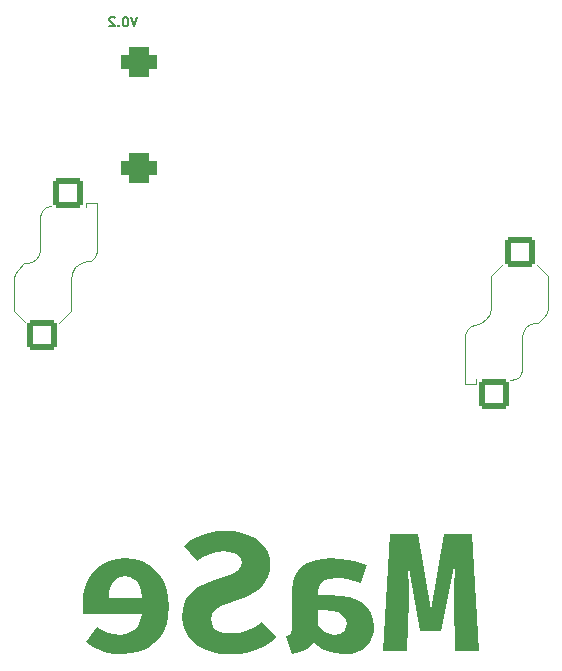
<source format=gbr>
%TF.GenerationSoftware,KiCad,Pcbnew,9.0.1*%
%TF.CreationDate,2025-04-29T20:05:43+02:00*%
%TF.ProjectId,Trackball,54726163-6b62-4616-9c6c-2e6b69636164,rev?*%
%TF.SameCoordinates,Original*%
%TF.FileFunction,Legend,Bot*%
%TF.FilePolarity,Positive*%
%FSLAX46Y46*%
G04 Gerber Fmt 4.6, Leading zero omitted, Abs format (unit mm)*
G04 Created by KiCad (PCBNEW 9.0.1) date 2025-04-29 20:05:43*
%MOMM*%
%LPD*%
G01*
G04 APERTURE LIST*
G04 Aperture macros list*
%AMRoundRect*
0 Rectangle with rounded corners*
0 $1 Rounding radius*
0 $2 $3 $4 $5 $6 $7 $8 $9 X,Y pos of 4 corners*
0 Add a 4 corners polygon primitive as box body*
4,1,4,$2,$3,$4,$5,$6,$7,$8,$9,$2,$3,0*
0 Add four circle primitives for the rounded corners*
1,1,$1+$1,$2,$3*
1,1,$1+$1,$4,$5*
1,1,$1+$1,$6,$7*
1,1,$1+$1,$8,$9*
0 Add four rect primitives between the rounded corners*
20,1,$1+$1,$2,$3,$4,$5,0*
20,1,$1+$1,$4,$5,$6,$7,0*
20,1,$1+$1,$6,$7,$8,$9,0*
20,1,$1+$1,$8,$9,$2,$3,0*%
G04 Aperture macros list end*
%ADD10C,0.150000*%
%ADD11C,0.120000*%
%ADD12C,3.200000*%
%ADD13R,2.000000X1.200000*%
%ADD14O,2.000000X1.200000*%
%ADD15R,0.950000X0.950000*%
%ADD16C,0.950000*%
%ADD17R,1.350000X1.350000*%
%ADD18O,1.350000X1.350000*%
%ADD19C,1.700000*%
%ADD20R,1.800000X1.800000*%
%ADD21C,1.800000*%
%ADD22R,1.700000X1.700000*%
%ADD23O,1.700000X1.700000*%
%ADD24C,1.900000*%
%ADD25C,1.600000*%
%ADD26C,3.050000*%
%ADD27C,5.050000*%
%ADD28RoundRect,0.250000X1.000000X-1.025000X1.000000X1.025000X-1.000000X1.025000X-1.000000X-1.025000X0*%
%ADD29RoundRect,0.250000X-1.000000X1.025000X-1.000000X-1.025000X1.000000X-1.025000X1.000000X1.025000X0*%
%ADD30RoundRect,0.625000X0.875000X-0.625000X0.875000X0.625000X-0.875000X0.625000X-0.875000X-0.625000X0*%
%ADD31O,1.700000X1.400000*%
G04 APERTURE END LIST*
D10*
X-12174875Y-4094295D02*
X-12441542Y-4894295D01*
X-12441542Y-4894295D02*
X-12708208Y-4094295D01*
X-13127256Y-4094295D02*
X-13203446Y-4094295D01*
X-13203446Y-4094295D02*
X-13279637Y-4132390D01*
X-13279637Y-4132390D02*
X-13317732Y-4170485D01*
X-13317732Y-4170485D02*
X-13355827Y-4246676D01*
X-13355827Y-4246676D02*
X-13393922Y-4399057D01*
X-13393922Y-4399057D02*
X-13393922Y-4589533D01*
X-13393922Y-4589533D02*
X-13355827Y-4741914D01*
X-13355827Y-4741914D02*
X-13317732Y-4818104D01*
X-13317732Y-4818104D02*
X-13279637Y-4856200D01*
X-13279637Y-4856200D02*
X-13203446Y-4894295D01*
X-13203446Y-4894295D02*
X-13127256Y-4894295D01*
X-13127256Y-4894295D02*
X-13051065Y-4856200D01*
X-13051065Y-4856200D02*
X-13012970Y-4818104D01*
X-13012970Y-4818104D02*
X-12974875Y-4741914D01*
X-12974875Y-4741914D02*
X-12936779Y-4589533D01*
X-12936779Y-4589533D02*
X-12936779Y-4399057D01*
X-12936779Y-4399057D02*
X-12974875Y-4246676D01*
X-12974875Y-4246676D02*
X-13012970Y-4170485D01*
X-13012970Y-4170485D02*
X-13051065Y-4132390D01*
X-13051065Y-4132390D02*
X-13127256Y-4094295D01*
X-13736780Y-4818104D02*
X-13774875Y-4856200D01*
X-13774875Y-4856200D02*
X-13736780Y-4894295D01*
X-13736780Y-4894295D02*
X-13698684Y-4856200D01*
X-13698684Y-4856200D02*
X-13736780Y-4818104D01*
X-13736780Y-4818104D02*
X-13736780Y-4894295D01*
X-14079636Y-4170485D02*
X-14117732Y-4132390D01*
X-14117732Y-4132390D02*
X-14193922Y-4094295D01*
X-14193922Y-4094295D02*
X-14384398Y-4094295D01*
X-14384398Y-4094295D02*
X-14460589Y-4132390D01*
X-14460589Y-4132390D02*
X-14498684Y-4170485D01*
X-14498684Y-4170485D02*
X-14536779Y-4246676D01*
X-14536779Y-4246676D02*
X-14536779Y-4322866D01*
X-14536779Y-4322866D02*
X-14498684Y-4437152D01*
X-14498684Y-4437152D02*
X-14041541Y-4894295D01*
X-14041541Y-4894295D02*
X-14536779Y-4894295D01*
G36*
X9195830Y-47848935D02*
G01*
X8635903Y-57800000D01*
X10689375Y-57800000D01*
X10811496Y-53542847D01*
X10822487Y-52171423D01*
X10775471Y-51054623D01*
X10689375Y-49852337D01*
X11809228Y-56105565D01*
X13589759Y-56105565D01*
X14795708Y-49852337D01*
X14702896Y-51026535D01*
X14655879Y-52178750D01*
X14659542Y-53578262D01*
X14730983Y-57800000D01*
X16748429Y-57800000D01*
X16188503Y-47848935D01*
X13769277Y-47848935D01*
X12663468Y-54282292D01*
X11615666Y-47848935D01*
X9195830Y-47848935D01*
G37*
G36*
X4950833Y-49957906D02*
G01*
X5733077Y-50067882D01*
X6520928Y-50246133D01*
X7273028Y-50491032D01*
X6748517Y-51999232D01*
X6171910Y-51826968D01*
X5600575Y-51701256D01*
X5050053Y-51619912D01*
X4659630Y-51596842D01*
X4059277Y-51655708D01*
X3649214Y-51809001D01*
X3376818Y-52037939D01*
X3211700Y-52347992D01*
X3152041Y-52767376D01*
X3152041Y-53054361D01*
X4178471Y-53054361D01*
X5078153Y-53103977D01*
X5818006Y-53241254D01*
X6423820Y-53452427D01*
X6917655Y-53729082D01*
X7345152Y-54104111D01*
X7643995Y-54539523D01*
X7826520Y-55047023D01*
X7890352Y-55646388D01*
X7844268Y-56162685D01*
X7711570Y-56615073D01*
X7495156Y-57015697D01*
X7190596Y-57373185D01*
X6822124Y-57659653D01*
X6394529Y-57867939D01*
X5896461Y-57998289D01*
X5312979Y-58044242D01*
X4611428Y-57980955D01*
X3920184Y-57789619D01*
X3487417Y-57586615D01*
X3116510Y-57327530D01*
X2800331Y-57010484D01*
X2483279Y-57426236D01*
X2071877Y-57717568D01*
X1575116Y-57903476D01*
X933094Y-58015544D01*
X466591Y-56521999D01*
X700918Y-56393786D01*
X850662Y-56227686D01*
X934208Y-56001092D01*
X969120Y-55603035D01*
X969120Y-55581664D01*
X3152041Y-55581664D01*
X3408326Y-55937317D01*
X3762648Y-56202651D01*
X4166296Y-56369655D01*
X4530181Y-56421249D01*
X4971754Y-56354912D01*
X5280617Y-56173953D01*
X5427239Y-55992698D01*
X5517678Y-55768390D01*
X5549895Y-55488241D01*
X5498555Y-55138985D01*
X5352092Y-54861395D01*
X5104762Y-54637665D01*
X4792177Y-54489028D01*
X4342431Y-54385995D01*
X3711967Y-54346406D01*
X3152041Y-54346406D01*
X3152041Y-55581664D01*
X969120Y-55581664D01*
X969120Y-52616556D01*
X1025451Y-51972002D01*
X1183861Y-51437027D01*
X1436049Y-50990491D01*
X1784281Y-50617428D01*
X2203934Y-50336326D01*
X2743675Y-50119741D01*
X3431358Y-49976847D01*
X4300593Y-49924389D01*
X4950833Y-49957906D01*
G37*
G36*
X-8370116Y-54892288D02*
G01*
X-8314558Y-55494717D01*
X-8152695Y-56036240D01*
X-7885294Y-56529326D01*
X-7524328Y-56960501D01*
X-7066102Y-57331040D01*
X-6496162Y-57642463D01*
X-5880500Y-57858296D01*
X-5161456Y-57995554D01*
X-4321180Y-58044242D01*
X-3388088Y-57993242D01*
X-2609821Y-57851288D01*
X-1962405Y-57631472D01*
X-1347705Y-57324737D01*
X-825790Y-56983221D01*
X-386428Y-56608094D01*
X-1578333Y-55287351D01*
X-2161230Y-55714681D01*
X-2798326Y-56030460D01*
X-3489119Y-56225226D01*
X-4263172Y-56292411D01*
X-4747477Y-56253173D01*
X-5141401Y-56144098D01*
X-5462405Y-55973063D01*
X-5718308Y-55730101D01*
X-5869508Y-55435402D01*
X-5922192Y-55071807D01*
X-5877238Y-54726349D01*
X-5749455Y-54446871D01*
X-5537509Y-54217568D01*
X-5060884Y-53939038D01*
X-4112963Y-53592916D01*
X-2965614Y-53176294D01*
X-2165098Y-52756310D01*
X-1632066Y-52339951D01*
X-1312498Y-51956807D01*
X-1084808Y-51526632D01*
X-944918Y-51040113D01*
X-896285Y-50484316D01*
X-955016Y-49893734D01*
X-1124357Y-49379592D01*
X-1402478Y-48926046D01*
X-1771862Y-48535209D01*
X-2221583Y-48206697D01*
X-2762910Y-47939305D01*
X-3341446Y-47752224D01*
X-3966183Y-47637385D01*
X-4644191Y-47597976D01*
X-5409593Y-47637766D01*
X-6085397Y-47751348D01*
X-6683008Y-47931978D01*
X-7250797Y-48188782D01*
X-7758508Y-48505524D01*
X-8211968Y-48883304D01*
X-7099442Y-50161304D01*
X-6572873Y-49789919D01*
X-6015004Y-49532990D01*
X-5426693Y-49379313D01*
X-4830426Y-49328436D01*
X-4385815Y-49359532D01*
X-4030155Y-49444945D01*
X-3746599Y-49576343D01*
X-3517673Y-49769159D01*
X-3383992Y-50006943D01*
X-3337492Y-50304797D01*
X-3383731Y-50599435D01*
X-3517010Y-50836025D01*
X-3740584Y-51030522D01*
X-4141661Y-51242079D01*
X-5376309Y-51682937D01*
X-6273605Y-52008709D01*
X-6987701Y-52369260D01*
X-7407984Y-52663789D01*
X-7747485Y-52996855D01*
X-8014742Y-53370655D01*
X-8205176Y-53786962D01*
X-8326639Y-54288127D01*
X-8370116Y-54892288D01*
G37*
G36*
X-12417797Y-49989682D02*
G01*
X-11748753Y-50175299D01*
X-11172802Y-50473325D01*
X-10664787Y-50880269D01*
X-10246634Y-51367795D01*
X-9912509Y-51944888D01*
X-9676224Y-52572838D01*
X-9531640Y-53252975D01*
X-9482031Y-53994696D01*
X-9534253Y-54774225D01*
X-9684586Y-55468935D01*
X-9927164Y-56091521D01*
X-10273103Y-56656570D01*
X-10712892Y-57131264D01*
X-11255234Y-57524005D01*
X-11864712Y-57804033D01*
X-12586760Y-57981245D01*
X-13444871Y-58044242D01*
X-14090722Y-58009506D01*
X-14668123Y-57909740D01*
X-15185712Y-57749930D01*
X-15905926Y-57407331D01*
X-16488748Y-56995830D01*
X-15577111Y-55761182D01*
X-15113732Y-56020402D01*
X-14636166Y-56220359D01*
X-14140049Y-56349372D01*
X-13624390Y-56392550D01*
X-13155725Y-56345194D01*
X-12753460Y-56209356D01*
X-12403786Y-55987107D01*
X-12131363Y-55682018D01*
X-11924666Y-55248612D01*
X-11793790Y-54648046D01*
X-16732991Y-54648046D01*
X-16765353Y-54253593D01*
X-16776344Y-53837159D01*
X-16740062Y-53283949D01*
X-14564725Y-53283949D01*
X-11765091Y-53283949D01*
X-11861879Y-52651380D01*
X-12017272Y-52199112D01*
X-12216940Y-51884438D01*
X-12491442Y-51641444D01*
X-12814191Y-51496410D01*
X-13200629Y-51446022D01*
X-13656811Y-51507157D01*
X-13993691Y-51675326D01*
X-14241714Y-51948551D01*
X-14410185Y-52297711D01*
X-14521208Y-52735880D01*
X-14564725Y-53283949D01*
X-16740062Y-53283949D01*
X-16723280Y-53028067D01*
X-16573028Y-52332789D01*
X-16334875Y-51733618D01*
X-15995985Y-51188836D01*
X-15583744Y-50744824D01*
X-15092900Y-50390893D01*
X-14541690Y-50136898D01*
X-13915969Y-49979379D01*
X-13200629Y-49924389D01*
X-12417797Y-49989682D01*
G37*
D11*
%TO.C,SW1*%
X-22596000Y-26232000D02*
X-22516000Y-25829000D01*
X-22596000Y-28979000D02*
X-22596000Y-26232000D01*
X-22516000Y-25829000D02*
X-22287000Y-25487000D01*
X-22287000Y-25487000D02*
X-21754000Y-24954000D01*
X-21754000Y-24954000D02*
X-21532000Y-24954000D01*
X-21659000Y-29916000D02*
X-22596000Y-28979000D01*
X-21532000Y-24954000D02*
X-21094000Y-24867000D01*
X-21094000Y-24867000D02*
X-20727000Y-24623000D01*
X-20727000Y-24623000D02*
X-20483000Y-24256000D01*
X-20483000Y-24256000D02*
X-20396000Y-23818000D01*
X-20396000Y-21018000D02*
X-20331000Y-20691000D01*
X-20396000Y-23818000D02*
X-20396000Y-21018000D01*
X-20331000Y-20691000D02*
X-20142000Y-20408000D01*
X-20142000Y-20408000D02*
X-19859000Y-20219000D01*
X-19859000Y-20219000D02*
X-19432000Y-20134000D01*
X-17804000Y-26332000D02*
X-17804000Y-28979000D01*
X-17804000Y-28979000D02*
X-18825000Y-30000000D01*
X-17699000Y-25770000D02*
X-17804000Y-26332000D01*
X-17400000Y-25291000D02*
X-17699000Y-25770000D01*
X-16947000Y-24953000D02*
X-17400000Y-25291000D01*
X-16546000Y-19854000D02*
X-15604000Y-19854000D01*
X-16546000Y-20217000D02*
X-16546000Y-19854000D01*
X-16389000Y-24799000D02*
X-16947000Y-24953000D01*
X-16091000Y-24717000D02*
X-16389000Y-24799000D01*
X-15833000Y-24524000D02*
X-16091000Y-24717000D01*
X-15663000Y-24250000D02*
X-15833000Y-24524000D01*
X-15604000Y-19854000D02*
X-15604000Y-23940000D01*
X-15604000Y-23940000D02*
X-15663000Y-24250000D01*
%TO.C,SW2*%
X15604000Y-31060000D02*
X15663000Y-30750000D01*
X15604000Y-35146000D02*
X15604000Y-31060000D01*
X15663000Y-30750000D02*
X15833000Y-30476000D01*
X15833000Y-30476000D02*
X16091000Y-30283000D01*
X16091000Y-30283000D02*
X16389000Y-30201000D01*
X16389000Y-30201000D02*
X16947000Y-30047000D01*
X16546000Y-34783000D02*
X16546000Y-35146000D01*
X16546000Y-35146000D02*
X15604000Y-35146000D01*
X16947000Y-30047000D02*
X17400000Y-29709000D01*
X17400000Y-29709000D02*
X17699000Y-29230000D01*
X17699000Y-29230000D02*
X17804000Y-28668000D01*
X17804000Y-26021000D02*
X18825000Y-25000000D01*
X17804000Y-28668000D02*
X17804000Y-26021000D01*
X19859000Y-34781000D02*
X19432000Y-34866000D01*
X20142000Y-34592000D02*
X19859000Y-34781000D01*
X20331000Y-34309000D02*
X20142000Y-34592000D01*
X20396000Y-31182000D02*
X20396000Y-33982000D01*
X20396000Y-33982000D02*
X20331000Y-34309000D01*
X20483000Y-30744000D02*
X20396000Y-31182000D01*
X20727000Y-30377000D02*
X20483000Y-30744000D01*
X21094000Y-30133000D02*
X20727000Y-30377000D01*
X21532000Y-30046000D02*
X21094000Y-30133000D01*
X21659000Y-25084000D02*
X22596000Y-26021000D01*
X21754000Y-30046000D02*
X21532000Y-30046000D01*
X22287000Y-29513000D02*
X21754000Y-30046000D01*
X22516000Y-29171000D02*
X22287000Y-29513000D01*
X22596000Y-26021000D02*
X22596000Y-28768000D01*
X22596000Y-28768000D02*
X22516000Y-29171000D01*
%TD*%
%LPC*%
D12*
%TO.C,H1*%
X-99575000Y14575000D03*
%TD*%
%TO.C,H4*%
X20000000Y-6500000D03*
%TD*%
%TO.C,H3*%
X-20000000Y-9500000D03*
%TD*%
D13*
%TO.C,U2*%
X-5350000Y-32185000D03*
D14*
X-5350000Y-33965000D03*
X-5350000Y-35745000D03*
X-5350000Y-37525000D03*
X-5350000Y-39305000D03*
X-5350000Y-41085000D03*
X-5350000Y-42865000D03*
X-5350000Y-44645000D03*
X5350000Y-45535000D03*
X5350000Y-43755000D03*
X5350000Y-41975000D03*
X5350000Y-40195000D03*
X5350000Y-38415000D03*
X5350000Y-36635000D03*
X5350000Y-34855000D03*
X5350000Y-33075000D03*
%TD*%
D15*
%TO.C,J3*%
X-5200000Y-64000000D03*
D16*
X-3950000Y-64000000D03*
X-2700000Y-64000000D03*
X-5200000Y-65250000D03*
X-3950000Y-65250000D03*
X-2700000Y-65250000D03*
%TD*%
D17*
%TO.C,J4*%
X-1450000Y-60050000D03*
D18*
X-3450001Y-60049999D03*
X-5450000Y-60050000D03*
X-7450001Y-60049999D03*
X-9450000Y-60050000D03*
X-11450000Y-60050001D03*
%TD*%
D19*
%TO.C,SW4*%
X10000000Y-15530000D03*
X10000000Y-10450000D03*
X10000000Y-5370000D03*
%TD*%
D20*
%TO.C,D102*%
X15800000Y-13460000D03*
D21*
X15800000Y-16000000D03*
%TD*%
D22*
%TO.C,J7*%
X-22400000Y-51750000D03*
%TD*%
%TO.C,J1*%
X22450000Y-54250000D03*
D23*
X22450000Y-51710000D03*
X22450000Y-49170000D03*
X22450000Y-46630000D03*
%TD*%
D24*
%TO.C,SW1*%
X-14250000Y-33000000D03*
D25*
X-9100000Y-32500000D03*
D26*
X-20150000Y-27500000D03*
D27*
X-14250000Y-27500000D03*
D26*
X-18050000Y-22500000D03*
D24*
X-14250000Y-22000000D03*
D28*
X-20250000Y-31000000D03*
X-18050000Y-19000000D03*
%TD*%
D12*
%TO.C,H2*%
X-20100000Y-64500000D03*
%TD*%
D20*
%TO.C,D101*%
X20550000Y-13480000D03*
D21*
X20550000Y-16020000D03*
%TD*%
D24*
%TO.C,SW2*%
X14250000Y-22000000D03*
D25*
X9100000Y-22500000D03*
D26*
X20150000Y-27500000D03*
D27*
X14250000Y-27500000D03*
D26*
X18050000Y-32500000D03*
D24*
X14250000Y-33000000D03*
D29*
X20250000Y-24000000D03*
X18050000Y-36000000D03*
%TD*%
D30*
%TO.C,SW3*%
X-12000000Y-16920000D03*
X-12000000Y-7920000D03*
D31*
X-10000000Y-14920000D03*
X-10000000Y-12420000D03*
X-10000000Y-9920000D03*
%TD*%
D22*
%TO.C,J10*%
X-22400000Y-55350000D03*
%TD*%
%LPD*%
M02*

</source>
